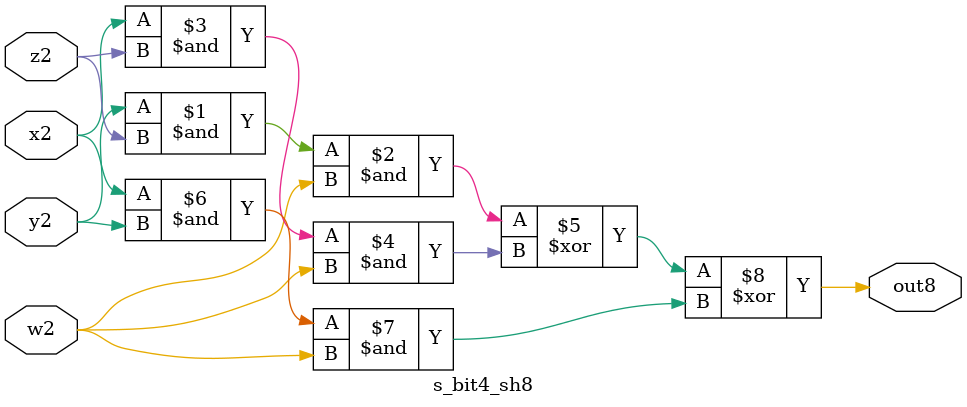
<source format=sv>

module s_bit4_sh8 (
  x2,
  y2,
  w2,
  z2,
  out8
);

    input wire x2;
    input wire y2;
    input wire w2;
    input wire z2;

    output wire out8;

    assign out8 = y2 & z2 & w2 ^ x2 & z2 & w2 ^ x2 & y2 & w2 ;

endmodule

</source>
